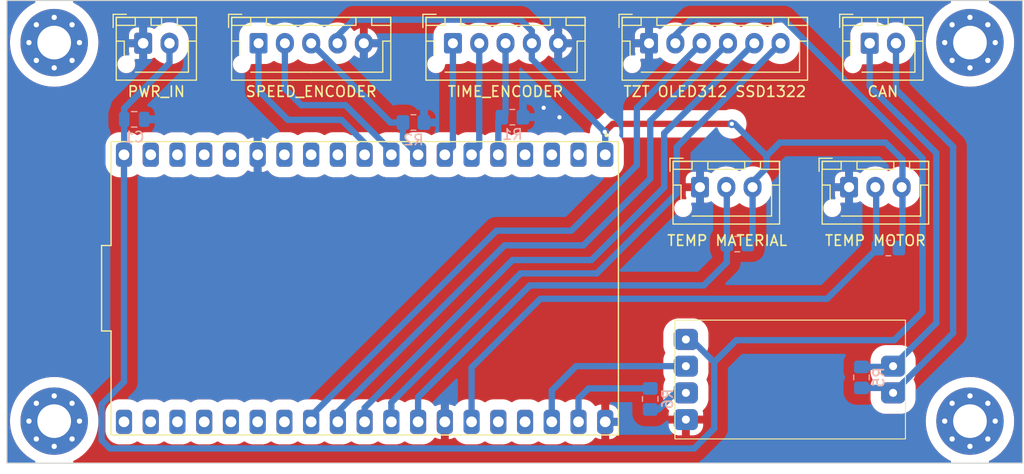
<source format=kicad_pcb>
(kicad_pcb (version 20221018) (generator pcbnew)
  (layers (0 "F.Cu" signal) (31 "B.Cu" signal) (34 "B.Paste" user) (35 "F.Paste" user) (36 "B.SilkS" user "B.Silkscreen") (37 "F.SilkS" user "F.Silkscreen") (38 "B.Mask" user) (39 "F.Mask" user) (44 "Edge.Cuts" user))
  (net 0 "")
  (net 2 "GND")
  (net 3 "+5V")
  (net 4 "/CAN_L")
  (net 5 "/CAN_H")
  (net 6 "/ESP_POT1_SW")
  (net 7 "/ESP_POT2_SW")
  (net 8 "/ESP_1W_T1")
  (net 9 "+3.3V")
  (net 10 "/ESP_1W_T2")
  (net 11 "Net-(U6-RX)")
  (net 12 "/ESP_CAN_RX")
  (net 13 "/ESP_POT1_CLK")
  (net 14 "/ESP_POT1_DT")
  (net 15 "/ESP_POT2_CLK")
  (net 16 "/ESP_POT2_DT")
  (net 17 "/ESP_CAN_TX")
  (net 34 "/ESP_SPI_MOSI")
  (net 35 "/ESP_SPI_DC1")
  (net 36 "/ESP_SPI_CS1")
  (net 37 "/ESP_SPI_SCK")
  (footprint "Connector_JST:JST_XH_B3B-XH-AM_1x03_P2.50mm_Vertical" (layer "F.Cu") (at 115.85 52.25)
    (fp_text reference "U5" hide)
    (fp_text value "TEMP MATERIAL" (at 2.587 5.08) (layer "F.SilkS"))
    (fp_line (start -2.85 -2.75) (end -2.85 -1.5) (stroke (width 0.12)) (layer "F.SilkS"))
    (fp_line (start -2.56 -2.46) (end -2.56 3.51) (stroke (width 0.12)) (layer "F.SilkS"))
    (fp_line (start -2.56 3.51) (end 7.56 3.51) (stroke (width 0.12)) (layer "F.SilkS"))
    (fp_line (start -2.55 -2.45) (end -2.55 -1.7) (stroke (width 0.12)) (layer "F.SilkS"))
    (fp_line (start -2.55 -1.7) (end -0.75 -1.7) (stroke (width 0.12)) (layer "F.SilkS"))
    (fp_line (start -2.55 -0.2) (end -1.8 -0.2) (stroke (width 0.12)) (layer "F.SilkS"))
    (fp_line (start -1.8 -0.2) (end -1.8 1.14) (stroke (width 0.12)) (layer "F.SilkS"))
    (fp_line (start -1.6 -2.75) (end -2.85 -2.75) (stroke (width 0.12)) (layer "F.SilkS"))
    (fp_line (start -0.75 -2.45) (end -2.55 -2.45) (stroke (width 0.12)) (layer "F.SilkS"))
    (fp_line (start -0.75 -1.7) (end -0.75 -2.45) (stroke (width 0.12)) (layer "F.SilkS"))
    (fp_line (start 0.75 -2.45) (end 0.75 -1.7) (stroke (width 0.12)) (layer "F.SilkS"))
    (fp_line (start 0.75 -1.7) (end 4.25 -1.7) (stroke (width 0.12)) (layer "F.SilkS"))
    (fp_line (start 2.5 2.75) (end -0.74 2.75) (stroke (width 0.12)) (layer "F.SilkS"))
    (fp_line (start 4.25 -2.45) (end 0.75 -2.45) (stroke (width 0.12)) (layer "F.SilkS"))
    (fp_line (start 4.25 -1.7) (end 4.25 -2.45) (stroke (width 0.12)) (layer "F.SilkS"))
    (fp_line (start 5.75 -2.45) (end 5.75 -1.7) (stroke (width 0.12)) (layer "F.SilkS"))
    (fp_line (start 5.75 -1.7) (end 7.55 -1.7) (stroke (width 0.12)) (layer "F.SilkS"))
    (fp_line (start 6.8 -0.2) (end 6.8 2.75) (stroke (width 0.12)) (layer "F.SilkS"))
    (fp_line (start 6.8 2.75) (end 2.5 2.75) (stroke (width 0.12)) (layer "F.SilkS"))
    (fp_line (start 7.55 -2.45) (end 5.75 -2.45) (stroke (width 0.12)) (layer "F.SilkS"))
    (fp_line (start 7.55 -1.7) (end 7.55 -2.45) (stroke (width 0.12)) (layer "F.SilkS"))
    (fp_line (start 7.55 -0.2) (end 6.8 -0.2) (stroke (width 0.12)) (layer "F.SilkS"))
    (fp_line (start 7.56 -2.46) (end -2.56 -2.46) (stroke (width 0.12)) (layer "F.SilkS"))
    (fp_line (start 7.56 3.51) (end 7.56 -2.46) (stroke (width 0.12)) (layer "F.SilkS"))
    (pad "" np_thru_hole circle (at -1.6 2) (size 1.2 1.2) (drill 1.2) (layers "*.Cu" "*.Mask"))
    (pad "1" thru_hole roundrect (at 0 0) (size 1.7 1.95) (drill 0.95) (layers "*.Cu" "*.Mask") (roundrect_rratio 0.147059) (net 2 "GND"))
    (pad "2" thru_hole oval (at 2.5 0) (size 1.7 1.95) (drill 0.95) (layers "*.Cu" "*.Mask") (net 10 "/ESP_1W_T2"))
    (pad "3" thru_hole oval (at 5 0) (size 1.7 1.95) (drill 0.95) (layers "*.Cu" "*.Mask") (net 9 "+3.3V"))
  )
  (footprint "Connector_JST:JST_XH_B3B-XH-AM_1x03_P2.50mm_Vertical" (layer "F.Cu") (at 130.014 52.25)
    (fp_text reference "U4" hide)
    (fp_text value "TEMP MOTOR" (at 2.5 5.08) (layer "F.SilkS"))
    (fp_line (start -2.85 -2.75) (end -2.85 -1.5) (stroke (width 0.12)) (layer "F.SilkS"))
    (fp_line (start -2.56 -2.46) (end -2.56 3.51) (stroke (width 0.12)) (layer "F.SilkS"))
    (fp_line (start -2.56 3.51) (end 7.56 3.51) (stroke (width 0.12)) (layer "F.SilkS"))
    (fp_line (start -2.55 -2.45) (end -2.55 -1.7) (stroke (width 0.12)) (layer "F.SilkS"))
    (fp_line (start -2.55 -1.7) (end -0.75 -1.7) (stroke (width 0.12)) (layer "F.SilkS"))
    (fp_line (start -2.55 -0.2) (end -1.8 -0.2) (stroke (width 0.12)) (layer "F.SilkS"))
    (fp_line (start -1.8 -0.2) (end -1.8 1.14) (stroke (width 0.12)) (layer "F.SilkS"))
    (fp_line (start -1.6 -2.75) (end -2.85 -2.75) (stroke (width 0.12)) (layer "F.SilkS"))
    (fp_line (start -0.75 -2.45) (end -2.55 -2.45) (stroke (width 0.12)) (layer "F.SilkS"))
    (fp_line (start -0.75 -1.7) (end -0.75 -2.45) (stroke (width 0.12)) (layer "F.SilkS"))
    (fp_line (start 0.75 -2.45) (end 0.75 -1.7) (stroke (width 0.12)) (layer "F.SilkS"))
    (fp_line (start 0.75 -1.7) (end 4.25 -1.7) (stroke (width 0.12)) (layer "F.SilkS"))
    (fp_line (start 2.5 2.75) (end -0.74 2.75) (stroke (width 0.12)) (layer "F.SilkS"))
    (fp_line (start 4.25 -2.45) (end 0.75 -2.45) (stroke (width 0.12)) (layer "F.SilkS"))
    (fp_line (start 4.25 -1.7) (end 4.25 -2.45) (stroke (width 0.12)) (layer "F.SilkS"))
    (fp_line (start 5.75 -2.45) (end 5.75 -1.7) (stroke (width 0.12)) (layer "F.SilkS"))
    (fp_line (start 5.75 -1.7) (end 7.55 -1.7) (stroke (width 0.12)) (layer "F.SilkS"))
    (fp_line (start 6.8 -0.2) (end 6.8 2.75) (stroke (width 0.12)) (layer "F.SilkS"))
    (fp_line (start 6.8 2.75) (end 2.5 2.75) (stroke (width 0.12)) (layer "F.SilkS"))
    (fp_line (start 7.55 -2.45) (end 5.75 -2.45) (stroke (width 0.12)) (layer "F.SilkS"))
    (fp_line (start 7.55 -1.7) (end 7.55 -2.45) (stroke (width 0.12)) (layer "F.SilkS"))
    (fp_line (start 7.55 -0.2) (end 6.8 -0.2) (stroke (width 0.12)) (layer "F.SilkS"))
    (fp_line (start 7.56 -2.46) (end -2.56 -2.46) (stroke (width 0.12)) (layer "F.SilkS"))
    (fp_line (start 7.56 3.51) (end 7.56 -2.46) (stroke (width 0.12)) (layer "F.SilkS"))
    (pad "" np_thru_hole circle (at -1.6 2) (size 1.2 1.2) (drill 1.2) (layers "*.Cu" "*.Mask"))
    (pad "1" thru_hole roundrect (at 0 0) (size 1.7 1.95) (drill 0.95) (layers "*.Cu" "*.Mask") (roundrect_rratio 0.147059) (net 2 "GND"))
    (pad "2" thru_hole oval (at 2.5 0) (size 1.7 1.95) (drill 0.95) (layers "*.Cu" "*.Mask") (net 8 "/ESP_1W_T1"))
    (pad "3" thru_hole oval (at 5 0) (size 1.7 1.95) (drill 0.95) (layers "*.Cu" "*.Mask") (net 9 "+3.3V"))
  )
  (footprint "MountingHole:MountingHole_3.2mm_M3_Pad_Via" (layer "F.Cu") (at 141.5 74.5)
    (fp_text reference "H2" hide)
    (fp_text value "MountingHole")
    (pad "1" thru_hole circle (at -2.4 0) (size 0.8 0.8) (drill 0.5) (layers "*.Cu" "*.Mask"))
    (pad "1" thru_hole circle (at -1.697056 -1.697056) (size 0.8 0.8) (drill 0.5) (layers "*.Cu" "*.Mask"))
    (pad "1" thru_hole circle (at -1.697056 1.697056) (size 0.8 0.8) (drill 0.5) (layers "*.Cu" "*.Mask"))
    (pad "1" thru_hole circle (at 0 -2.4) (size 0.8 0.8) (drill 0.5) (layers "*.Cu" "*.Mask"))
    (pad "1" thru_hole circle (at 0 0) (size 6.4 6.4) (drill 3.2) (layers "*.Cu" "*.Mask"))
    (pad "1" thru_hole circle (at 0 2.4) (size 0.8 0.8) (drill 0.5) (layers "*.Cu" "*.Mask"))
    (pad "1" thru_hole circle (at 1.697056 -1.697056) (size 0.8 0.8) (drill 0.5) (layers "*.Cu" "*.Mask"))
    (pad "1" thru_hole circle (at 1.697056 1.697056) (size 0.8 0.8) (drill 0.5) (layers "*.Cu" "*.Mask"))
    (pad "1" thru_hole circle (at 2.4 0) (size 0.8 0.8) (drill 0.5) (layers "*.Cu" "*.Mask"))
  )
  (footprint "MountingHole:MountingHole_3.2mm_M3_Pad_Via" (layer "F.Cu") (at 141.5 38.5)
    (fp_text reference "H1" hide)
    (fp_text value "MountingHole")
    (pad "1" thru_hole circle (at -2.4 0) (size 0.8 0.8) (drill 0.5) (layers "*.Cu" "*.Mask"))
    (pad "1" thru_hole circle (at -1.697056 -1.697056) (size 0.8 0.8) (drill 0.5) (layers "*.Cu" "*.Mask"))
    (pad "1" thru_hole circle (at -1.697056 1.697056) (size 0.8 0.8) (drill 0.5) (layers "*.Cu" "*.Mask"))
    (pad "1" thru_hole circle (at 0 -2.4) (size 0.8 0.8) (drill 0.5) (layers "*.Cu" "*.Mask"))
    (pad "1" thru_hole circle (at 0 0) (size 6.4 6.4) (drill 3.2) (layers "*.Cu" "*.Mask"))
    (pad "1" thru_hole circle (at 0 2.4) (size 0.8 0.8) (drill 0.5) (layers "*.Cu" "*.Mask"))
    (pad "1" thru_hole circle (at 1.697056 -1.697056) (size 0.8 0.8) (drill 0.5) (layers "*.Cu" "*.Mask"))
    (pad "1" thru_hole circle (at 1.697056 1.697056) (size 0.8 0.8) (drill 0.5) (layers "*.Cu" "*.Mask"))
    (pad "1" thru_hole circle (at 2.4 0) (size 0.8 0.8) (drill 0.5) (layers "*.Cu" "*.Mask"))
  )
  (footprint "--local:MODULE_ESP32-DEVKITC-32U" (layer "F.Cu") (at 84.001 61.8675 -90)
    (fp_text reference "U10" hide)
    (fp_text value "ESP32-DEVKITC-32U")
    (fp_line (start -13.95 -24.1) (end -13.95 24.1) (stroke (width 0.127)) (layer "F.SilkS"))
    (fp_line (start -13.95 24.1) (end -4.07 24.1) (stroke (width 0.127)) (layer "F.SilkS"))
    (fp_line (start -9 -24.1) (end -13.95 -24.1) (stroke (width 0.127)) (layer "F.SilkS"))
    (fp_line (start -9 -24.1) (end 9 -24.1) (stroke (width 0.127)) (layer "F.SilkS"))
    (fp_line (start -4.07 24.1) (end -4.07 25) (stroke (width 0.127)) (layer "F.SilkS"))
    (fp_line (start -4.07 25) (end 4.06 25) (stroke (width 0.127)) (layer "F.SilkS"))
    (fp_line (start 4.06 24.1) (end 13.95 24.1) (stroke (width 0.127)) (layer "F.SilkS"))
    (fp_line (start 4.06 25) (end 4.06 24.1) (stroke (width 0.127)) (layer "F.SilkS"))
    (fp_line (start 13.95 -24.1) (end 9 -24.1) (stroke (width 0.127)) (layer "F.SilkS"))
    (fp_line (start 13.95 24.1) (end 13.95 -24.1) (stroke (width 0.127)) (layer "F.SilkS"))
    (fp_circle (center -14.57 -22.97) (end -14.47 -22.97) (stroke (width 0.2)) (fill none) (layer "F.SilkS"))
    (pad "1" thru_hole roundrect (at -12.7 -22.85 270) (size 2.286 1.53) (drill 1.02) (layers "*.Cu" "*.Mask") (net 9 "+3.3V"))
    (pad "2" thru_hole roundrect (at -12.7 -20.31 270) (size 2.286 1.53) (drill 1.02) (layers "*.Cu" "*.Mask"))
    (pad "3" thru_hole roundrect (at -12.7 -17.77 270) (size 2.286 1.53) (drill 1.02) (layers "*.Cu" "*.Mask"))
    (pad "4" thru_hole roundrect (at -12.7 -15.23 270) (size 2.286 1.53) (drill 1.02) (layers "*.Cu" "*.Mask"))
    (pad "5" thru_hole roundrect (at -12.7 -12.69 270) (size 2.286 1.53) (drill 1.02) (layers "*.Cu" "*.Mask") (net 6 "/ESP_POT1_SW"))
    (pad "6" thru_hole roundrect (at -12.7 -10.15 270) (size 2.286 1.53) (drill 1.02) (layers "*.Cu" "*.Mask") (net 14 "/ESP_POT1_DT"))
    (pad "7" thru_hole roundrect (at -12.7 -7.61 270) (size 2.286 1.53) (drill 1.02) (layers "*.Cu" "*.Mask") (net 13 "/ESP_POT1_CLK"))
    (pad "8" thru_hole roundrect (at -12.7 -5.07 270) (size 2.286 1.53) (drill 1.02) (layers "*.Cu" "*.Mask") (net 7 "/ESP_POT2_SW"))
    (pad "9" thru_hole roundrect (at -12.7 -2.53 270) (size 2.286 1.53) (drill 1.02) (layers "*.Cu" "*.Mask") (net 16 "/ESP_POT2_DT"))
    (pad "10" thru_hole roundrect (at -12.7 0.01 270) (size 2.286 1.53) (drill 1.02) (layers "*.Cu" "*.Mask") (net 15 "/ESP_POT2_CLK"))
    (pad "11" thru_hole roundrect (at -12.7 2.55 270) (size 2.286 1.53) (drill 1.02) (layers "*.Cu" "*.Mask"))
    (pad "12" thru_hole roundrect (at -12.7 5.09 270) (size 2.286 1.53) (drill 1.02) (layers "*.Cu" "*.Mask"))
    (pad "13" thru_hole roundrect (at -12.7 7.63 270) (size 2.286 1.53) (drill 1.02) (layers "*.Cu" "*.Mask"))
    (pad "14" thru_hole roundrect (at -12.7 10.17 270) (size 2.286 1.53) (drill 1.02) (layers "*.Cu" "*.Mask") (net 2 "GND"))
    (pad "15" thru_hole roundrect (at -12.7 12.71 270) (size 2.286 1.53) (drill 1.02) (layers "*.Cu" "*.Mask"))
    (pad "16" thru_hole roundrect (at -12.7 15.25 270) (size 2.286 1.53) (drill 1.02) (layers "*.Cu" "*.Mask"))
    (pad "17" thru_hole roundrect (at -12.7 17.79 270) (size 2.286 1.53) (drill 1.02) (layers "*.Cu" "*.Mask"))
    (pad "18" thru_hole roundrect (at -12.7 20.33 270) (size 2.286 1.53) (drill 1.02) (layers "*.Cu" "*.Mask"))
    (pad "19" thru_hole roundrect (at -12.7 22.87 270) (size 2.286 1.53) (drill 1.02) (layers "*.Cu" "*.Mask") (net 3 "+5V"))
    (pad "20" thru_hole roundrect (at 12.7 22.87 270) (size 2.286 1.53) (drill 1.02) (layers "*.Cu" "*.Mask"))
    (pad "21" thru_hole roundrect (at 12.7 20.33 270) (size 2.286 1.53) (drill 1.02) (layers "*.Cu" "*.Mask"))
    (pad "22" thru_hole roundrect (at 12.7 17.79 270) (size 2.286 1.53) (drill 1.02) (layers "*.Cu" "*.Mask"))
    (pad "23" thru_hole roundrect (at 12.7 15.25 270) (size 2.286 1.53) (drill 1.02) (layers "*.Cu" "*.Mask"))
    (pad "24" thru_hole roundrect (at 12.7 12.71 270) (size 2.286 1.53) (drill 1.02) (layers "*.Cu" "*.Mask"))
    (pad "25" thru_hole roundrect (at 12.7 10.17 270) (size 2.286 1.53) (drill 1.02) (layers "*.Cu" "*.Mask"))
    (pad "26" thru_hole roundrect (at 12.7 7.63 270) (size 2.286 1.53) (drill 1.02) (layers "*.Cu" "*.Mask"))
    (pad "27" thru_hole roundrect (at 12.7 5.09 270) (size 2.286 1.53) (drill 1.02) (layers "*.Cu" "*.Mask") (net 37 "/ESP_SPI_SCK"))
    (pad "28" thru_hole roundrect (at 12.7 2.55 270) (size 2.286 1.53) (drill 1.02) (layers "*.Cu" "*.Mask") (net 34 "/ESP_SPI_MOSI"))
    (pad "29" thru_hole roundrect (at 12.7 0.01 270) (size 2.286 1.53) (drill 1.02) (layers "*.Cu" "*.Mask") (net 35 "/ESP_SPI_DC1"))
    (pad "30" thru_hole roundrect (at 12.7 -2.53 270) (size 2.286 1.53) (drill 1.02) (layers "*.Cu" "*.Mask") (net 36 "/ESP_SPI_CS1"))
    (pad "31" thru_hole roundrect (at 12.7 -5.07 270) (size 2.286 1.53) (drill 1.02) (layers "*.Cu" "*.Mask") (net 10 "/ESP_1W_T2"))
    (pad "32" thru_hole roundrect (at 12.7 -7.61 270) (size 2.286 1.53) (drill 1.02) (layers "*.Cu" "*.Mask") (net 2 "GND"))
    (pad "33" thru_hole roundrect (at 12.7 -10.15 270) (size 2.286 1.53) (drill 1.02) (layers "*.Cu" "*.Mask") (net 8 "/ESP_1W_T1"))
    (pad "34" thru_hole roundrect (at 12.7 -12.69 270) (size 2.286 1.53) (drill 1.02) (layers "*.Cu" "*.Mask"))
    (pad "35" thru_hole roundrect (at 12.7 -15.23 270) (size 2.286 1.53) (drill 1.02) (layers "*.Cu" "*.Mask"))
    (pad "36" thru_hole roundrect (at 12.7 -17.77 270) (size 2.286 1.53) (drill 1.02) (layers "*.Cu" "*.Mask") (net 17 "/ESP_CAN_TX"))
    (pad "37" thru_hole roundrect (at 12.7 -20.31 270) (size 2.286 1.53) (drill 1.02) (layers "*.Cu" "*.Mask") (net 12 "/ESP_CAN_RX"))
    (pad "38" thru_hole roundrect (at 12.7 -22.85 270) (size 2.286 1.53) (drill 1.02) (layers "*.Cu" "*.Mask") (net 2 "GND"))
  )
  (footprint "MountingHole:MountingHole_3.2mm_M3_Pad_Via" (layer "F.Cu") (at 54.5 74.5)
    (fp_text reference "H4" hide)
    (fp_text value "MountingHole")
    (pad "1" thru_hole circle (at -2.4 0) (size 0.8 0.8) (drill 0.5) (layers "*.Cu" "*.Mask"))
    (pad "1" thru_hole circle (at -1.697056 -1.697056) (size 0.8 0.8) (drill 0.5) (layers "*.Cu" "*.Mask"))
    (pad "1" thru_hole circle (at -1.697056 1.697056) (size 0.8 0.8) (drill 0.5) (layers "*.Cu" "*.Mask"))
    (pad "1" thru_hole circle (at 0 -2.4) (size 0.8 0.8) (drill 0.5) (layers "*.Cu" "*.Mask"))
    (pad "1" thru_hole circle (at 0 0) (size 6.4 6.4) (drill 3.2) (layers "*.Cu" "*.Mask"))
    (pad "1" thru_hole circle (at 0 2.4) (size 0.8 0.8) (drill 0.5) (layers "*.Cu" "*.Mask"))
    (pad "1" thru_hole circle (at 1.697056 -1.697056) (size 0.8 0.8) (drill 0.5) (layers "*.Cu" "*.Mask"))
    (pad "1" thru_hole circle (at 1.697056 1.697056) (size 0.8 0.8) (drill 0.5) (layers "*.Cu" "*.Mask"))
    (pad "1" thru_hole circle (at 2.4 0) (size 0.8 0.8) (drill 0.5) (layers "*.Cu" "*.Mask"))
  )
  (footprint "MountingHole:MountingHole_3.2mm_M3_Pad_Via" (layer "F.Cu") (at 54.5 38.5)
    (fp_text reference "H3" hide)
    (fp_text value "MountingHole")
    (pad "1" thru_hole circle (at -2.4 0) (size 0.8 0.8) (drill 0.5) (layers "*.Cu" "*.Mask"))
    (pad "1" thru_hole circle (at -1.697056 -1.697056) (size 0.8 0.8) (drill 0.5) (layers "*.Cu" "*.Mask"))
    (pad "1" thru_hole circle (at -1.697056 1.697056) (size 0.8 0.8) (drill 0.5) (layers "*.Cu" "*.Mask"))
    (pad "1" thru_hole circle (at 0 -2.4) (size 0.8 0.8) (drill 0.5) (layers "*.Cu" "*.Mask"))
    (pad "1" thru_hole circle (at 0 0) (size 6.4 6.4) (drill 3.2) (layers "*.Cu" "*.Mask"))
    (pad "1" thru_hole circle (at 0 2.4) (size 0.8 0.8) (drill 0.5) (layers "*.Cu" "*.Mask"))
    (pad "1" thru_hole circle (at 1.697056 -1.697056) (size 0.8 0.8) (drill 0.5) (layers "*.Cu" "*.Mask"))
    (pad "1" thru_hole circle (at 1.697056 1.697056) (size 0.8 0.8) (drill 0.5) (layers "*.Cu" "*.Mask"))
    (pad "1" thru_hole circle (at 2.4 0) (size 0.8 0.8) (drill 0.5) (layers "*.Cu" "*.Mask"))
  )
  (footprint "Connector_JST:JST_XH_B5B-XH-AM_1x05_P2.50mm_Vertical" (layer "F.Cu") (at 73.9152 38.562)
    (fp_text reference "U3" hide)
    (fp_text value "SPEED_ENCODER" (at 5 4.6) (layer "F.SilkS"))
    (fp_line (start -2.85 -2.75) (end -2.85 -1.5) (stroke (width 0.12)) (layer "F.SilkS"))
    (fp_line (start -2.56 -2.46) (end -2.56 3.51) (stroke (width 0.12)) (layer "F.SilkS"))
    (fp_line (start -2.56 3.51) (end 12.56 3.51) (stroke (width 0.12)) (layer "F.SilkS"))
    (fp_line (start -2.55 -2.45) (end -2.55 -1.7) (stroke (width 0.12)) (layer "F.SilkS"))
    (fp_line (start -2.55 -1.7) (end -0.75 -1.7) (stroke (width 0.12)) (layer "F.SilkS"))
    (fp_line (start -2.55 -0.2) (end -1.8 -0.2) (stroke (width 0.12)) (layer "F.SilkS"))
    (fp_line (start -1.8 -0.2) (end -1.8 1.14) (stroke (width 0.12)) (layer "F.SilkS"))
    (fp_line (start -1.6 -2.75) (end -2.85 -2.75) (stroke (width 0.12)) (layer "F.SilkS"))
    (fp_line (start -0.75 -2.45) (end -2.55 -2.45) (stroke (width 0.12)) (layer "F.SilkS"))
    (fp_line (start -0.75 -1.7) (end -0.75 -2.45) (stroke (width 0.12)) (layer "F.SilkS"))
    (fp_line (start 0.75 -2.45) (end 0.75 -1.7) (stroke (width 0.12)) (layer "F.SilkS"))
    (fp_line (start 0.75 -1.7) (end 9.25 -1.7) (stroke (width 0.12)) (layer "F.SilkS"))
    (fp_line (start 5 2.75) (end -0.74 2.75) (stroke (width 0.12)) (layer "F.SilkS"))
    (fp_line (start 9.25 -2.45) (end 0.75 -2.45) (stroke (width 0.12)) (layer "F.SilkS"))
    (fp_line (start 9.25 -1.7) (end 9.25 -2.45) (stroke (width 0.12)) (layer "F.SilkS"))
    (fp_line (start 10.75 -2.45) (end 10.75 -1.7) (stroke (width 0.12)) (layer "F.SilkS"))
    (fp_line (start 10.75 -1.7) (end 12.55 -1.7) (stroke (width 0.12)) (layer "F.SilkS"))
    (fp_line (start 11.8 -0.2) (end 11.8 2.75) (stroke (width 0.12)) (layer "F.SilkS"))
    (fp_line (start 11.8 2.75) (end 5 2.75) (stroke (width 0.12)) (layer "F.SilkS"))
    (fp_line (start 12.55 -2.45) (end 10.75 -2.45) (stroke (width 0.12)) (layer "F.SilkS"))
    (fp_line (start 12.55 -1.7) (end 12.55 -2.45) (stroke (width 0.12)) (layer "F.SilkS"))
    (fp_line (start 12.55 -0.2) (end 11.8 -0.2) (stroke (width 0.12)) (layer "F.SilkS"))
    (fp_line (start 12.56 -2.46) (end -2.56 -2.46) (stroke (width 0.12)) (layer "F.SilkS"))
    (fp_line (start 12.56 3.51) (end 12.56 -2.46) (stroke (width 0.12)) (layer "F.SilkS"))
    (pad "" np_thru_hole circle (at -1.6 2) (size 1.2 1.2) (drill 1.2) (layers "*.Cu" "*.Mask"))
    (pad "1" thru_hole roundrect (at 0 0) (size 1.7 1.95) (drill 0.95) (layers "*.Cu" "*.Mask") (roundrect_rratio 0.147059) (net 15 "/ESP_POT2_CLK"))
    (pad "2" thru_hole oval (at 2.5 0) (size 1.7 1.95) (drill 0.95) (layers "*.Cu" "*.Mask") (net 16 "/ESP_POT2_DT"))
    (pad "3" thru_hole oval (at 5 0) (size 1.7 1.95) (drill 0.95) (layers "*.Cu" "*.Mask") (net 7 "/ESP_POT2_SW"))
    (pad "4" thru_hole oval (at 7.5 0) (size 1.7 1.95) (drill 0.95) (layers "*.Cu" "*.Mask") (net 9 "+3.3V"))
    (pad "5" thru_hole oval (at 10 0) (size 1.7 1.95) (drill 0.95) (layers "*.Cu" "*.Mask") (net 2 "GND"))
  )
  (footprint "--local:display_connector_jst_xh_6" (layer "F.Cu") (at 111.0098 38.562)
    (fp_text reference "U8" hide)
    (fp_text value "TZT OLED312 SSD1322" (at 6.25 4.6) (layer "F.SilkS"))
    (fp_line (start -2.85 -2.75) (end -2.85 -1.5) (stroke (width 0.12)) (layer "F.SilkS"))
    (fp_line (start -2.56 -2.46) (end -2.56 3.51) (stroke (width 0.12)) (layer "F.SilkS"))
    (fp_line (start -2.56 3.51) (end 15.06 3.51) (stroke (width 0.12)) (layer "F.SilkS"))
    (fp_line (start -2.55 -2.45) (end -2.55 -1.7) (stroke (width 0.12)) (layer "F.SilkS"))
    (fp_line (start -2.55 -1.7) (end -0.75 -1.7) (stroke (width 0.12)) (layer "F.SilkS"))
    (fp_line (start -2.55 -0.2) (end -1.8 -0.2) (stroke (width 0.12)) (layer "F.SilkS"))
    (fp_line (start -1.8 -0.2) (end -1.8 1.14) (stroke (width 0.12)) (layer "F.SilkS"))
    (fp_line (start -1.6 -2.75) (end -2.85 -2.75) (stroke (width 0.12)) (layer "F.SilkS"))
    (fp_line (start -0.75 -2.45) (end -2.55 -2.45) (stroke (width 0.12)) (layer "F.SilkS"))
    (fp_line (start -0.75 -1.7) (end -0.75 -2.45) (stroke (width 0.12)) (layer "F.SilkS"))
    (fp_line (start 0.75 -2.45) (end 0.75 -1.7) (stroke (width 0.12)) (layer "F.SilkS"))
    (fp_line (start 0.75 -1.7) (end 11.75 -1.7) (stroke (width 0.12)) (layer "F.SilkS"))
    (fp_line (start 6.25 2.75) (end -0.74 2.75) (stroke (width 0.12)) (layer "F.SilkS"))
    (fp_line (start 11.75 -2.45) (end 0.75 -2.45) (stroke (width 0.12)) (layer "F.SilkS"))
    (fp_line (start 11.75 -1.7) (end 11.75 -2.45) (stroke (width 0.12)) (layer "F.SilkS"))
    (fp_line (start 13.25 -2.45) (end 13.25 -1.7) (stroke (width 0.12)) (layer "F.SilkS"))
    (fp_line (start 13.25 -1.7) (end 15.05 -1.7) (stroke (width 0.12)) (layer "F.SilkS"))
    (fp_line (start 14.3 -0.2) (end 14.3 2.75) (stroke (width 0.12)) (layer "F.SilkS"))
    (fp_line (start 14.3 2.75) (end 6.25 2.75) (stroke (width 0.12)) (layer "F.SilkS"))
    (fp_line (start 15.05 -2.45) (end 13.25 -2.45) (stroke (width 0.12)) (layer "F.SilkS"))
    (fp_line (start 15.05 -1.7) (end 15.05 -2.45) (stroke (width 0.12)) (layer "F.SilkS"))
    (fp_line (start 15.05 -0.2) (end 14.3 -0.2) (stroke (width 0.12)) (layer "F.SilkS"))
    (fp_line (start 15.06 -2.46) (end -2.56 -2.46) (stroke (width 0.12)) (layer "F.SilkS"))
    (fp_line (start 15.06 3.51) (end 15.06 -2.46) (stroke (width 0.12)) (layer "F.SilkS"))
    (pad "" np_thru_hole circle (at -1.6 2) (size 1.2 1.2) (drill 1.2) (layers "*.Cu" "*.Mask"))
    (pad "1" thru_hole roundrect (at 0 0) (size 1.7 1.95) (drill 0.95) (layers "*.Cu" "*.Mask") (roundrect_rratio 0.147059) (net 2 "GND"))
    (pad "2" thru_hole oval (at 2.5 0) (size 1.7 1.95) (drill 0.95) (layers "*.Cu" "*.Mask") (net 3 "+5V"))
    (pad "4" thru_hole oval (at 5 0) (size 1.7 1.95) (drill 0.95) (layers "*.Cu" "*.Mask") (net 37 "/ESP_SPI_SCK"))
    (pad "5" thru_hole oval (at 7.5 0) (size 1.7 1.95) (drill 0.95) (layers "*.Cu" "*.Mask") (net 34 "/ESP_SPI_MOSI"))
    (pad "14" thru_hole oval (at 10 0) (size 1.7 1.95) (drill 0.95) (layers "*.Cu" "*.Mask") (net 35 "/ESP_SPI_DC1"))
    (pad "16" thru_hole oval (at 12.5 0) (size 1.7 1.95) (drill 0.95) (layers "*.Cu" "*.Mask") (net 36 "/ESP_SPI_CS1"))
  )
  (footprint "Connector_JST:JST_XH_B2B-XH-AM_1x02_P2.50mm_Vertical" (layer "F.Cu") (at 62.952 38.562)
    (fp_text reference "J1" hide)
    (fp_text value "PWR_IN" (at 1.25 4.6) (layer "F.SilkS"))
    (fp_line (start -2.85 -2.75) (end -2.85 -1.5) (stroke (width 0.12)) (layer "F.SilkS"))
    (fp_line (start -2.56 -2.46) (end -2.56 3.51) (stroke (width 0.12)) (layer "F.SilkS"))
    (fp_line (start -2.56 3.51) (end 5.06 3.51) (stroke (width 0.12)) (layer "F.SilkS"))
    (fp_line (start -2.55 -2.45) (end -2.55 -1.7) (stroke (width 0.12)) (layer "F.SilkS"))
    (fp_line (start -2.55 -1.7) (end -0.75 -1.7) (stroke (width 0.12)) (layer "F.SilkS"))
    (fp_line (start -2.55 -0.2) (end -1.8 -0.2) (stroke (width 0.12)) (layer "F.SilkS"))
    (fp_line (start -1.8 -0.2) (end -1.8 1.14) (stroke (width 0.12)) (layer "F.SilkS"))
    (fp_line (start -1.6 -2.75) (end -2.85 -2.75) (stroke (width 0.12)) (layer "F.SilkS"))
    (fp_line (start -0.75 -2.45) (end -2.55 -2.45) (stroke (width 0.12)) (layer "F.SilkS"))
    (fp_line (start -0.75 -1.7) (end -0.75 -2.45) (stroke (width 0.12)) (layer "F.SilkS"))
    (fp_line (start 0.75 -2.45) (end 0.75 -1.7) (stroke (width 0.12)) (layer "F.SilkS"))
    (fp_line (start 0.75 -1.7) (end 1.75 -1.7) (stroke (width 0.12)) (layer "F.SilkS"))
    (fp_line (start 1.25 2.75) (end -0.74 2.75) (stroke (width 0.12)) (layer "F.SilkS"))
    (fp_line (start 1.75 -2.45) (end 0.75 -2.45) (stroke (width 0.12)) (layer "F.SilkS"))
    (fp_line (start 1.75 -1.7) (end 1.75 -2.45) (stroke (width 0.12)) (layer "F.SilkS"))
    (fp_line (start 3.25 -2.45) (end 3.25 -1.7) (stroke (width 0.12)) (layer "F.SilkS"))
    (fp_line (start 3.25 -1.7) (end 5.05 -1.7) (stroke (width 0.12)) (layer "F.SilkS"))
    (fp_line (start 4.3 -0.2) (end 4.3 2.75) (stroke (width 0.12)) (layer "F.SilkS"))
    (fp_line (start 4.3 2.75) (end 1.25 2.75) (stroke (width 0.12)) (layer "F.SilkS"))
    (fp_line (start 5.05 -2.45) (end 3.25 -2.45) (stroke (width 0.12)) (layer "F.SilkS"))
    (fp_line (start 5.05 -1.7) (end 5.05 -2.45) (stroke (width 0.12)) (layer "F.SilkS"))
    (fp_line (start 5.05 -0.2) (end 4.3 -0.2) (stroke (width 0.12)) (layer "F.SilkS"))
    (fp_line (start 5.06 -2.46) (end -2.56 -2.46) (stroke (width 0.12)) (layer "F.SilkS"))
    (fp_line (start 5.06 3.51) (end 5.06 -2.46) (stroke (width 0.12)) (layer "F.SilkS"))
    (pad "" np_thru_hole circle (at -1.6 2) (size 1.2 1.2) (drill 1.2) (layers "*.Cu" "*.Mask"))
    (pad "1" thru_hole roundrect (at 0 0) (size 1.7 2) (drill 1) (layers "*.Cu" "*.Mask") (roundrect_rratio 0.147059) (net 2 "GND"))
    (pad "2" thru_hole oval (at 2.5 0) (size 1.7 2) (drill 1) (layers "*.Cu" "*.Mask") (net 3 "+5V"))
  )
  (footprint "--local:TJA1050" (layer "F.Cu") (at 111.971 76.893 90)
    (fp_text reference "U6" hide)
    (fp_text value "TJA1050")
    (fp_rect (start 0.7 1.5) (end 12 23.4) (stroke (width 0.1)) (fill none) (layer "F.SilkS"))
    (pad "1" thru_hole roundrect (at 10.16 2.54 90) (size 2 2.286) (drill 0.762) (layers "*.Cu" "*.Mask") (net 3 "+5V"))
    (pad "2" thru_hole roundrect (at 7.62 2.54 90) (size 2 2.286) (drill 0.762) (layers "*.Cu" "*.Mask") (net 17 "/ESP_CAN_TX"))
    (pad "3" thru_hole roundrect (at 5.08 2.54 90) (size 2 2.286) (drill 0.762) (layers "*.Cu" "*.Mask") (net 11 "Net-(U6-RX)"))
    (pad "4" thru_hole roundrect (at 2.54 2.54 90) (size 2 2.286) (drill 0.762) (layers "*.Cu" "*.Mask") (net 2 "GND"))
    (pad "5" thru_hole roundrect (at 5.08 22.225 90) (size 2 2.286) (drill 0.762) (layers "*.Cu" "*.Mask") (net 4 "/CAN_L"))
    (pad "6" thru_hole roundrect (at 7.62 22.225 90) (size 2 2.286) (drill 0.762) (layers "*.Cu" "*.Mask") (net 5 "/CAN_H"))
  )
  (footprint "Connector_JST:JST_XH_B2B-XH-AM_1x02_P2.50mm_Vertical" (layer "F.Cu") (at 131.973 38.562)
    (fp_text reference "J2" hide)
    (fp_text value "CAN" (at 1.25 4.6) (layer "F.SilkS"))
    (fp_line (start -2.85 -2.75) (end -2.85 -1.5) (stroke (width 0.12)) (layer "F.SilkS"))
    (fp_line (start -2.56 -2.46) (end -2.56 3.51) (stroke (width 0.12)) (layer "F.SilkS"))
    (fp_line (start -2.56 3.51) (end 5.06 3.51) (stroke (width 0.12)) (layer "F.SilkS"))
    (fp_line (start -2.55 -2.45) (end -2.55 -1.7) (stroke (width 0.12)) (layer "F.SilkS"))
    (fp_line (start -2.55 -1.7) (end -0.75 -1.7) (stroke (width 0.12)) (layer "F.SilkS"))
    (fp_line (start -2.55 -0.2) (end -1.8 -0.2) (stroke (width 0.12)) (layer "F.SilkS"))
    (fp_line (start -1.8 -0.2) (end -1.8 1.14) (stroke (width 0.12)) (layer "F.SilkS"))
    (fp_line (start -1.6 -2.75) (end -2.85 -2.75) (stroke (width 0.12)) (layer "F.SilkS"))
    (fp_line (start -0.75 -2.45) (end -2.55 -2.45) (stroke (width 0.12)) (layer "F.SilkS"))
    (fp_line (start -0.75 -1.7) (end -0.75 -2.45) (stroke (width 0.12)) (layer "F.SilkS"))
    (fp_line (start 0.75 -2.45) (end 0.75 -1.7) (stroke (width 0.12)) (layer "F.SilkS"))
    (fp_line (start 0.75 -1.7) (end 1.75 -1.7) (stroke (width 0.12)) (layer "F.SilkS"))
    (fp_line (start 1.25 2.75) (end -0.74 2.75) (stroke (width 0.12)) (layer "F.SilkS"))
    (fp_line (start 1.75 -2.45) (end 0.75 -2.45) (stroke (width 0.12)) (layer "F.SilkS"))
    (fp_line (start 1.75 -1.7) (end 1.75 -2.45) (stroke (width 0.12)) (layer "F.SilkS"))
    (fp_line (start 3.25 -2.45) (end 3.25 -1.7) (stroke (width 0.12)) (layer "F.SilkS"))
    (fp_line (start 3.25 -1.7) (end 5.05 -1.7) (stroke (width 0.12)) (layer "F.SilkS"))
    (fp_line (start 4.3 -0.2) (end 4.3 2.75) (stroke (width 0.12)) (layer "F.SilkS"))
    (fp_line (start 4.3 2.75) (end 1.25 2.75) (stroke (width 0.12)) (layer "F.SilkS"))
    (fp_line (start 5.05 -2.45) (end 3.25 -2.45) (stroke (width 0.12)) (layer "F.SilkS"))
    (fp_line (start 5.05 -1.7) (end 5.05 -2.45) (stroke (width 0.12)) (layer "F.SilkS"))
    (fp_line (start 5.05 -0.2) (end 4.3 -0.2) (stroke (width 0.12)) (layer "F.SilkS"))
    (fp_line (start 5.06 -2.46) (end -2.56 -2.46) (stroke (width 0.12)) (layer "F.SilkS"))
    (fp_line (start 5.06 3.51) (end 5.06 -2.46) (stroke (width 0.12)) (layer "F.SilkS"))
    (pad "" np_thru_hole circle (at -1.6 2) (size 1.2 1.2) (drill 1.2) (layers "*.Cu" "*.Mask"))
    (pad "1" thru_hole roundrect (at 0 0) (size 1.7 2) (drill 1) (layers "*.Cu" "*.Mask") (roundrect_rratio 0.147059) (net 5 "/CAN_H"))
    (pad "2" thru_hole oval (at 2.5 0) (size 1.7 2) (drill 1) (layers "*.Cu" "*.Mask") (net 4 "/CAN_L"))
  )
  (footprint "Connector_JST:JST_XH_B5B-XH-AM_1x05_P2.50mm_Vertical" (layer "F.Cu") (at 92.3784 38.562)
    (fp_text reference "U2" hide)
    (fp_text value "TIME_ENCODER" (at 5 4.6) (layer "F.SilkS"))
    (fp_line (start -2.85 -2.75) (end -2.85 -1.5) (stroke (width 0.12)) (layer "F.SilkS"))
    (fp_line (start -2.56 -2.46) (end -2.56 3.51) (stroke (width 0.12)) (layer "F.SilkS"))
    (fp_line (start -2.56 3.51) (end 12.56 3.51) (stroke (width 0.12)) (layer "F.SilkS"))
    (fp_line (start -2.55 -2.45) (end -2.55 -1.7) (stroke (width 0.12)) (layer "F.SilkS"))
    (fp_line (start -2.55 -1.7) (end -0.75 -1.7) (stroke (width 0.12)) (layer "F.SilkS"))
    (fp_line (start -2.55 -0.2) (end -1.8 -0.2) (stroke (width 0.12)) (layer "F.SilkS"))
    (fp_line (start -1.8 -0.2) (end -1.8 1.14) (stroke (width 0.12)) (layer "F.SilkS"))
    (fp_line (start -1.6 -2.75) (end -2.85 -2.75) (stroke (width 0.12)) (layer "F.SilkS"))
    (fp_line (start -0.75 -2.45) (end -2.55 -2.45) (stroke (width 0.12)) (layer "F.SilkS"))
    (fp_line (start -0.75 -1.7) (end -0.75 -2.45) (stroke (width 0.12)) (layer "F.SilkS"))
    (fp_line (start 0.75 -2.45) (end 0.75 -1.7) (stroke (width 0.12)) (layer "F.SilkS"))
    (fp_line (start 0.75 -1.7) (end 9.25 -1.7) (stroke (width 0.12)) (layer "F.SilkS"))
    (fp_line (start 5 2.75) (end -0.74 2.75) (stroke (width 0.12)) (layer "F.SilkS"))
    (fp_line (start 9.25 -2.45) (end 0.75 -2.45) (stroke (width 0.12)) (layer "F.SilkS"))
    (fp_line (start 9.25 -1.7) (end 9.25 -2.45) (stroke (width 0.12)) (layer "F.SilkS"))
    (fp_line (start 10.75 -2.45) (end 10.75 -1.7) (stroke (width 0.12)) (layer "F.SilkS"))
    (fp_line (start 10.75 -1.7) (end 12.55 -1.7) (stroke (width 0.12)) (layer "F.SilkS"))
    (fp_line (start 11.8 -0.2) (end 11.8 2.75) (stroke (width 0.12)) (layer "F.SilkS"))
    (fp_line (start 11.8 2.75) (end 5 2.75) (stroke (width 0.12)) (layer "F.SilkS"))
    (fp_line (start 12.55 -2.45) (end 10.75 -2.45) (stroke (width 0.12)) (layer "F.SilkS"))
    (fp_line (start 12.55 -1.7) (end 12.55 -2.45) (stroke (width 0.12)) (layer "F.SilkS"))
    (fp_line (start 12.55 -0.2) (end 11.8 -0.2) (stroke (width 0.12)) (layer "F.SilkS"))
    (fp_line (start 12.56 -2.46) (end -2.56 -2.46) (stroke (width 0.12)) (layer "F.SilkS"))
    (fp_line (start 12.56 3.51) (end 12.56 -2.46) (stroke (width 0.12)) (layer "F.SilkS"))
    (pad "" np_thru_hole circle (at -1.6 2) (size 1.2 1.2) (drill 1.2) (layers "*.Cu" "*.Mask"))
    (pad "1" thru_hole roundrect (at 0 0) (size 1.7 1.95) (drill 0.95) (layers "*.Cu" "*.Mask") (roundrect_rratio 0.147059) (net 13 "/ESP_POT1_CLK"))
    (pad "2" thru_hole oval (at 2.5 0) (size 1.7 1.95) (drill 0.95) (layers "*.Cu" "*.Mask") (net 14 "/ESP_POT1_DT"))
    (pad "3" thru_hole oval (at 5 0) (size 1.7 1.95) (drill 0.95) (layers "*.Cu" "*.Mask") (net 6 "/ESP_POT1_SW"))
    (pad "4" thru_hole oval (at 7.5 0) (size 1.7 1.95) (drill 0.95) (layers "*.Cu" "*.Mask") (net 9 "+3.3V"))
    (pad "5" thru_hole oval (at 10 0) (size 1.7 1.95) (drill 0.95) (layers "*.Cu" "*.Mask") (net 2 "GND"))
  )
  (footprint "Resistor_SMD:R_0805_2012Metric_Pad1.20x1.40mm_HandSolder" (layer "B.Cu") (at 133.747 58.039)
    (fp_text reference "R3" hide)
    (fp_text value "4k7")
    (fp_line (start -0.227064 -0.735) (end 0.227064 -0.735) (stroke (width 0.12)) (layer "B.SilkS"))
    (fp_line (start -0.227064 0.735) (end 0.227064 0.735) (stroke (width 0.12)) (layer "B.SilkS"))
    (pad "1" smd roundrect (at -1 0) (size 1.2 1.4) (layers "B.Cu" "B.Paste" "B.Mask") (roundrect_rratio 0.208333) (net 8 "/ESP_1W_T1"))
    (pad "2" smd roundrect (at 1 0) (size 1.2 1.4) (layers "B.Cu" "B.Paste" "B.Mask") (roundrect_rratio 0.208333) (net 9 "+3.3V"))
  )
  (footprint "Resistor_SMD:R_0805_2012Metric_Pad1.20x1.40mm_HandSolder" (layer "B.Cu") (at 88.63 46.101)
    (fp_text reference "R2" (at 0 1.65) (layer "B.SilkS") (effects (justify mirror)))
    (fp_text value "10k")
    (fp_line (start -0.227064 -0.735) (end 0.227064 -0.735) (stroke (width 0.12)) (layer "B.SilkS"))
    (fp_line (start -0.227064 0.735) (end 0.227064 0.735) (stroke (width 0.12)) (layer "B.SilkS"))
    (pad "1" smd roundrect (at -1 0) (size 1.2 1.4) (layers "B.Cu" "B.Paste" "B.Mask") (roundrect_rratio 0.208333) (net 7 "/ESP_POT2_SW"))
    (pad "2" smd roundrect (at 1 0) (size 1.2 1.4) (layers "B.Cu" "B.Paste" "B.Mask") (roundrect_rratio 0.208333) (net 2 "GND"))
  )
  (footprint "Resistor_SMD:R_0805_2012Metric_Pad1.20x1.40mm_HandSolder" (layer "B.Cu") (at 98.028 45.593)
    (fp_text reference "R1" (at 0 1.65) (layer "B.SilkS") (effects (justify mirror)))
    (fp_text value "10k")
    (fp_line (start -0.227064 -0.735) (end 0.227064 -0.735) (stroke (width 0.12)) (layer "B.SilkS"))
    (fp_line (start -0.227064 0.735) (end 0.227064 0.735) (stroke (width 0.12)) (layer "B.SilkS"))
    (pad "1" smd roundrect (at -1 0) (size 1.2 1.4) (layers "B.Cu" "B.Paste" "B.Mask") (roundrect_rratio 0.208333) (net 6 "/ESP_POT1_SW"))
    (pad "2" smd roundrect (at 1 0) (size 1.2 1.4) (layers "B.Cu" "B.Paste" "B.Mask") (roundrect_rratio 0.208333) (net 2 "GND"))
  )
  (footprint "Resistor_SMD:R_0805_2012Metric_Pad1.20x1.40mm_HandSolder" (layer "B.Cu") (at 111.125 72.39 90)
    (fp_text reference "R6" (at 0 1.65 90) (layer "B.SilkS") (effects (justify mirror)))
    (fp_text value "4k7")
    (fp_line (start -0.227064 -0.735) (end 0.227064 -0.735) (stroke (width 0.12)) (layer "B.SilkS"))
    (fp_line (start -0.227064 0.735) (end 0.227064 0.735) (stroke (width 0.12)) (layer "B.SilkS"))
    (pad "1" smd roundrect (at -1 0 90) (size 1.2 1.4) (layers "B.Cu" "B.Paste" "B.Mask") (roundrect_rratio 0.208333) (net 11 "Net-(U6-RX)"))
    (pad "2" smd roundrect (at 1 0 90) (size 1.2 1.4) (layers "B.Cu" "B.Paste" "B.Mask") (roundrect_rratio 0.208333) (net 12 "/ESP_CAN_RX"))
  )
  (footprint "Resistor_SMD:R_0805_2012Metric_Pad1.20x1.40mm_HandSolder" (layer "B.Cu") (at 119.4 57.658)
    (fp_text reference "R4" hide)
    (fp_text value "4k7" hide)
    (fp_line (start -0.227064 -0.735) (end 0.227064 -0.735) (stroke (width 0.12)) (layer "B.SilkS"))
    (fp_line (start -0.227064 0.735) (end 0.227064 0.735) (stroke (width 0.12)) (layer "B.SilkS"))
    (pad "1" smd roundrect (at -1 0) (size 1.2 1.4) (layers "B.Cu" "B.Paste" "B.Mask") (roundrect_rratio 0.208333) (net 10 "/ESP_1W_T2"))
    (pad "2" smd roundrect (at 1 0) (size 1.2 1.4) (layers "B.Cu" "B.Paste" "B.Mask") (roundrect_rratio 0.208333) (net 9 "+3.3V"))
  )
  (footprint "Resistor_SMD:R_0805_2012Metric_Pad1.20x1.40mm_HandSolder" (layer "B.Cu") (at 131.191 70.342 90)
    (fp_text reference "R5" (at 0 1.65 90) (layer "B.SilkS") (effects (justify mirror)))
    (fp_text value "R120")
    (fp_line (start -0.227064 -0.735) (end 0.227064 -0.735) (stroke (width 0.12)) (layer "B.SilkS"))
    (fp_line (start -0.227064 0.735) (end 0.227064 0.735) (stroke (width 0.12)) (layer "B.SilkS"))
    (pad "1" smd roundrect (at -1 0 90) (size 1.2 1.4) (layers "B.Cu" "B.Paste" "B.Mask") (roundrect_rratio 0.208333) (net 4 "/CAN_L"))
    (pad "2" smd roundrect (at 1 0 90) (size 1.2 1.4) (layers "B.Cu" "B.Paste" "B.Mask") (roundrect_rratio 0.208333) (net 5 "/CAN_H"))
  )
  (footprint "Capacitor_SMD:C_0805_2012Metric" (layer "B.Cu") (at 62.1 45.8)
    (fp_text reference "C1" (at 0 1.68) (layer "B.SilkS") (effects (justify mirror)))
    (fp_text value "10u")
    (fp_line (start -0.261252 -0.735) (end 0.261252 -0.735) (stroke (width 0.12)) (layer "B.SilkS"))
    (fp_line (start -0.261252 0.735) (end 0.261252 0.735) (stroke (width 0.12)) (layer "B.SilkS"))
    (pad "1" smd roundrect (at -0.95 0) (size 1 1.45) (layers "B.Cu" "B.Paste" "B.Mask") (net 3 "+5V"))
    (pad "2" smd roundrect (at 0.95 0) (size 1 1.45) (layers "B.Cu" "B.Paste" "B.Mask") (net 2 "GND"))
  )
  (gr_rect (start 50 34.5) (end 146.5 78.5) (stroke (width 0.1)) (fill none) (layer "Edge.Cuts"))
  (via (at 101 44.7) (size 0.8) (drill 0.4) (layers "F.Cu" "B.Cu") (net 2))
  (via (at 102.5 45.6) (size 0.8) (drill 0.4) (layers "F.Cu" "B.Cu") (net 2))
  (segment (start 61.15 45.8) (end 61.15 49.1485) (width 0.6) (layer "B.Cu") (net 3))
  (segment (start 61.131 70.769) (end 59 72.9) (width 0.6) (layer "B.Cu") (net 3))
  (segment (start 117.2 68.9) (end 119.3 66.8) (width 0.6) (layer "B.Cu") (net 3))
  (segment (start 115.033 66.733) (end 114.511 66.733) (width 0.6) (layer "B.Cu") (net 3))
  (segment (start 61.15 45.8) (end 61.15 44.75) (width 0.6) (layer "B.Cu") (net 3))
  (segment (start 61.15 44.75) (end 65.452 40.448) (width 0.6) (layer "B.Cu") (net 3))
  (segment (start 123.8 36.3) (end 137 49.5) (width 0.6) (layer "B.Cu") (net 3))
  (segment (start 113.5098 38.562) (end 113.5098 38.8902) (width 0.6) (layer "B.Cu") (net 3))
  (segment (start 61.15 49.1485) (end 61.131 49.1675) (width 0.6) (layer "B.Cu") (net 3))
  (segment (start 114.578 66.8) (end 114.511 66.733) (width 0.6) (layer "B.Cu") (net 3))
  (segment (start 61.131 49.1675) (end 61.131 70.769) (width 0.6) (layer "B.Cu") (net 3))
  (segment (start 59 72.9) (end 59 76.3) (width 0.6) (layer "B.Cu") (net 3))
  (segment (start 113.5098 37.7902) (end 115 36.3) (width 0.6) (layer "B.Cu") (net 3))
  (segment (start 117.2 68.9) (end 115.033 66.733) (width 0.6) (layer "B.Cu") (net 3))
  (segment (start 137 64.1) (end 134.3 66.8) (width 0.6) (layer "B.Cu") (net 3))
  (segment (start 65.452 40.448) (end 65.452 38.562) (width 0.6) (layer "B.Cu") (net 3))
  (segment (start 59 76.3) (end 59.8 77.1) (width 0.6) (layer "B.Cu") (net 3))
  (segment (start 117.2 75.2) (end 117.2 68.9) (width 0.6) (layer "B.Cu") (net 3))
  (segment (start 59.8 77.1) (end 115.3 77.1) (width 0.6) (layer "B.Cu") (net 3))
  (segment (start 115.3 77.1) (end 117.2 75.2) (width 0.6) (layer "B.Cu") (net 3))
  (segment (start 137 49.5) (end 137 64.1) (width 0.6) (layer "B.Cu") (net 3))
  (segment (start 115 36.3) (end 123.8 36.3) (width 0.6) (layer "B.Cu") (net 3))
  (segment (start 113.5098 38.562) (end 113.5098 37.7902) (width 0.6) (layer "B.Cu") (net 3))
  (segment (start 119.3 66.8) (end 134.3 66.8) (width 0.6) (layer "B.Cu") (net 3))
  (segment (start 133.725 71.342) (end 134.196 71.813) (width 0.6) (layer "B.Cu") (net 4))
  (segment (start 139.9 66.126214) (end 139.9 48.4) (width 0.6) (layer "B.Cu") (net 4))
  (segment (start 134.196 71.813) (end 135.236 70.773) (width 0.6) (layer "B.Cu") (net 4))
  (segment (start 134.473 42.973) (end 134.473 38.562) (width 0.6) (layer "B.Cu") (net 4))
  (segment (start 131.191 71.342) (end 133.725 71.342) (width 0.6) (layer "B.Cu") (net 4))
  (segment (start 139.9 48.4) (end 134.473 42.973) (width 0.6) (layer "B.Cu") (net 4))
  (segment (start 135.236 70.773) (end 135.253214 70.773) (width 0.6) (layer "B.Cu") (net 4))
  (segment (start 135.253214 70.773) (end 139.9 66.126214) (width 0.6) (layer "B.Cu") (net 4))
  (segment (start 131.973 42.673) (end 131.973 38.562) (width 0.6) (layer "B.Cu") (net 5))
  (segment (start 138.3 65.169) (end 138.3 49) (width 0.6) (layer "B.Cu") (net 5))
  (segment (start 131.191 69.342) (end 134.127 69.342) (width 0.6) (layer "B.Cu") (net 5))
  (segment (start 134.196 69.273) (end 138.3 65.169) (width 0.6) (layer "B.Cu") (net 5))
  (segment (start 138.3 49) (end 131.973 42.673) (width 0.6) (layer "B.Cu") (net 5))
  (segment (start 134.127 69.342) (end 134.196 69.273) (width 0.6) (layer "B.Cu") (net 5))
  (segment (start 97.3784 45.2426) (end 97.3784 38.562) (width 0.6) (layer "B.Cu") (net 6))
  (segment (start 97.028 45.593) (end 97.3784 45.2426) (width 0.6) (layer "B.Cu") (net 6))
  (segment (start 96.691 45.93) (end 97.028 45.593) (width 0.6) (layer "B.Cu") (net 6))
  (segment (start 96.691 49.1675) (end 96.691 45.93) (width 0.6) (layer "B.Cu") (net 6))
  (segment (start 86.4542 46.101) (end 87.63 46.101) (width 0.6) (layer "B.Cu") (net 7))
  (segment (start 87.63 47.7265) (end 89.071 49.1675) (width 0.6) (layer "B.Cu") (net 7))
  (segment (start 78.9152 38.562) (end 86.4542 46.101) (width 0.6) (layer "B.Cu") (net 7))
  (segment (start 87.63 46.101) (end 87.63 47.7265) (width 0.6) (layer "B.Cu") (net 7))
  (segment (start 78.9152 38.562) (end 78.9152 39.0117) (width 0.6) (layer "B.Cu") (net 7))
  (segment (start 100.685 62.865) (end 94.151 69.399) (width 0.6) (layer "B.Cu") (net 8))
  (segment (start 132.514 52.25) (end 132.588 52.324) (width 0.6) (layer "B.Cu") (net 8))
  (segment (start 132.747 58.039) (end 127.921 62.865) (width 0.6) (layer "B.Cu") (net 8))
  (segment (start 94.151 69.399) (end 94.151 74.5675) (width 0.6) (layer "B.Cu") (net 8))
  (segment (start 132.588 52.324) (end 132.588 57.88) (width 0.6) (layer "B.Cu") (net 8))
  (segment (start 132.588 57.88) (end 132.747 58.039) (width 0.6) (layer "B.Cu") (net 8))
  (segment (start 127.921 62.865) (end 100.685 62.865) (width 0.6) (layer "B.Cu") (net 8))
  (segment (start 106.807 46.99) (end 107.569 46.228) (width 0.6) (layer "F.Cu") (net 9))
  (segment (start 107.569 46.228) (end 118.872 46.228) (width 0.6) (layer "F.Cu") (net 9))
  (via (at 106.807 46.99) (size 0.8) (drill 0.4) (layers "F.Cu" "B.Cu") (net 9))
  (via (at 118.872 46.228) (size 0.8) (drill 0.4) (layers "F.Cu" "B.Cu") (net 9))
  (segment (start 81.4152 38.562) (end 81.4152 37.8378) (width 0.6) (layer "B.Cu") (net 9))
  (segment (start 99.8784 38.562) (end 99.8784 40.0614) (width 0.6) (layer "B.Cu") (net 9))
  (segment (start 82.931 36.322) (end 98.806 36.322) (width 0.6) (layer "B.Cu") (net 9))
  (segment (start 122.174 49.276) (end 119.126 46.228) (width 0.6) (layer "B.Cu") (net 9))
  (segment (start 106.851 47.034) (end 106.851 49.1675) (width 0.6) (layer "B.Cu") (net 9))
  (segment (start 135.088 50.419) (end 135.088 57.698) (width 0.6) (layer "B.Cu") (net 9))
  (segment (start 122.174 49.403) (end 122.174 50.419) (width 0.6) (layer "B.Cu") (net 9))
  (segment (start 120.85 57.208) (end 120.85 51.743) (width 0.6) (layer "B.Cu") (net 9))
  (segment (start 122.174 50.419) (end 122.174 49.276) (width 0.6) (layer "B.Cu") (net 9))
  (segment (start 135.088 49.617) (end 135.088 50.419) (width 0.6) (layer "B.Cu") (net 9))
  (segment (start 133.477 48.006) (end 135.088 49.617) (width 0.6) (layer "B.Cu") (net 9))
  (segment (start 120.85 51.743) (end 122.174 50.419) (width 0.6) (layer "B.Cu") (net 9))
  (segment (start 135.088 57.698) (end 134.747 58.039) (width 0.6) (layer "B.Cu") (net 9))
  (segment (start 120.4 57.658) (end 120.85 57.208) (width 0.6) (layer "B.Cu") (net 9))
  (segment (start 99.8784 37.3944) (end 99.8784 38.562) (width 0.6) (layer "B.Cu") (net 9))
  (segment (start 99.8784 40.0614) (end 106.807 46.99) (width 0.6) (layer "B.Cu") (net 9))
  (segment (start 106.807 46.99) (end 106.851 47.034) (width 0.6) (layer "B.Cu") (net 9))
  (segment (start 122.174 49.276) (end 123.444 48.006) (width 0.6) (layer "B.Cu") (net 9))
  (segment (start 81.4152 37.8378) (end 82.931 36.322) (width 0.6) (layer "B.Cu") (net 9))
  (segment (start 119.126 46.228) (end 118.872 46.228) (width 0.6) (layer "B.Cu") (net 9))
  (segment (start 98.806 36.322) (end 99.8784 37.3944) (width 0.6) (layer "B.Cu") (net 9))
  (segment (start 123.444 48.006) (end 133.477 48.006) (width 0.6) (layer "B.Cu") (net 9))
  (segment (start 118.4 57.658) (end 118.4 52.3) (width 0.6) (layer "B.Cu") (net 10))
  (segment (start 118.4 57.658) (end 118.4 59.4) (width 0.6) (layer "B.Cu") (net 10))
  (segment (start 116.205 61.595) (end 99.695 61.595) (width 0.6) (layer "B.Cu") (net 10))
  (segment (start 118.4 59.4) (end 116.205 61.595) (width 0.6) (layer "B.Cu") (net 10))
  (segment (start 99.695 61.595) (end 89.071 72.219) (width 0.6) (layer "B.Cu") (net 10))
  (segment (start 89.071 72.219) (end 89.071 74.5675) (width 0.6) (layer "B.Cu") (net 10))
  (segment (start 118.4 52.3) (end 118.35 52.25) (width 0.6) (layer "B.Cu") (net 10))
  (segment (start 113.48 71.813) (end 111.903 73.39) (width 0.6) (layer "B.Cu") (net 11))
  (segment (start 114.511 71.813) (end 113.48 71.813) (width 0.6) (layer "B.Cu") (net 11))
  (segment (start 111.903 73.39) (end 111.125 73.39) (width 0.6) (layer "B.Cu") (net 11))
  (segment (start 104.311 72.346) (end 104.311 74.5675) (width 0.6) (layer "B.Cu") (net 12))
  (segment (start 111.125 71.39) (end 105.267 71.39) (width 0.6) (layer "B.Cu") (net 12))
  (segment (start 105.267 71.39) (end 104.311 72.346) (width 0.6) (layer "B.Cu") (net 12))
  (segment (start 91.611 49.1675) (end 92.3784 48.4001) (width 0.6) (layer "B.Cu") (net 13))
  (segment (start 92.3784 48.4001) (end 92.3784 38.562) (width 0.6) (layer "B.Cu") (net 13))
  (segment (start 94.151 49.1675) (end 94.8784 48.4401) (width 0.6) (layer "B.Cu") (net 14))
  (segment (start 94.8784 48.4401) (end 94.8784 38.562) (width 0.6) (layer "B.Cu") (net 14))
  (segment (start 73.9152 43.0542) (end 73.9152 38.562) (width 0.6) (layer "B.Cu") (net 15))
  (segment (start 81.788 45.847) (end 76.708 45.847) (width 0.6) (layer "B.Cu") (net 15))
  (segment (start 83.991 49.1675) (end 83.991 48.05) (width 0.6) (layer "B.Cu") (net 15))
  (segment (start 76.708 45.847) (end 73.9152 43.0542) (width 0.6) (layer "B.Cu") (net 15))
  (segment (start 83.991 48.05) (end 81.788 45.847) (width 0.6) (layer "B.Cu") (net 15))
  (segment (start 82.169 44.45) (end 86.531 48.812) (width 0.6) (layer "B.Cu") (net 16))
  (segment (start 76.4152 42.8872) (end 77.978 44.45) (width 0.6) (layer "B.Cu") (net 16))
  (segment (start 77.978 44.45) (end 82.169 44.45) (width 0.6) (layer "B.Cu") (net 16))
  (segment (start 86.531 48.812) (end 86.531 49.1675) (width 0.6) (layer "B.Cu") (net 16))
  (segment (start 76.4152 38.562) (end 76.4152 42.8872) (width 0.6) (layer "B.Cu") (net 16))
  (segment (start 114.511 69.273) (end 104.082 69.273) (width 0.6) (layer "B.Cu") (net 17))
  (segment (start 104.082 69.273) (end 101.771 71.584) (width 0.6) (layer "B.Cu") (net 17))
  (segment (start 101.771 71.584) (end 101.771 74.5675) (width 0.6) (layer "B.Cu") (net 17))
  (segment (start 104.775 57.785) (end 97.282 57.785) (width 0.6) (layer "B.Cu") (net 34))
  (segment (start 97.282 57.785) (end 81.451 73.616) (width 0.6) (layer "B.Cu") (net 34))
  (segment (start 81.451 73.616) (end 81.451 74.5675) (width 0.6) (layer "B.Cu") (net 34))
  (segment (start 111.125 51.435) (end 104.775 57.785) (width 0.6) (layer "B.Cu") (net 34))
  (segment (start 118.5098 38.562) (end 111.125 45.9468) (width 0.6) (layer "B.Cu") (net 34))
  (segment (start 111.125 45.9468) (end 111.125 51.435) (width 0.6) (layer "B.Cu") (net 34))
  (segment (start 98.044 59.182) (end 83.991 73.235) (width 0.6) (layer "B.Cu") (net 35))
  (segment (start 105.537 59.182) (end 98.044 59.182) (width 0.6) (layer "B.Cu") (net 35))
  (segment (start 112.45 52.269) (end 105.537 59.182) (width 0.6) (layer "B.Cu") (net 35))
  (segment (start 112.45 47.1218) (end 112.45 52.269) (width 0.6) (layer "B.Cu") (net 35))
  (segment (start 83.991 73.235) (end 83.991 74.5675) (width 0.6) (layer "B.Cu") (net 35))
  (segment (start 121.0098 38.562) (end 112.45 47.1218) (width 0.6) (layer "B.Cu") (net 35))
  (segment (start 113.65 48.4218) (end 113.65 52.847) (width 0.6) (layer "B.Cu") (net 36))
  (segment (start 106.045 60.452) (end 98.806 60.452) (width 0.6) (layer "B.Cu") (net 36))
  (segment (start 98.806 60.452) (end 86.531 72.727) (width 0.6) (layer "B.Cu") (net 36))
  (segment (start 113.65 52.847) (end 106.045 60.452) (width 0.6) (layer "B.Cu") (net 36))
  (segment (start 123.5098 38.562) (end 113.65 48.4218) (width 0.6) (layer "B.Cu") (net 36))
  (segment (start 86.531 72.727) (end 86.531 74.5675) (width 0.6) (layer "B.Cu") (net 36))
  (segment (start 109.855 44.7168) (end 109.855 50.165) (width 0.6) (layer "B.Cu") (net 37))
  (segment (start 109.855 50.165) (end 103.632 56.388) (width 0.6) (layer "B.Cu") (net 37))
  (segment (start 116.0098 38.562) (end 109.855 44.7168) (width 0.6) (layer "B.Cu") (net 37))
  (segment (start 78.911 73.997) (end 78.911 74.5675) (width 0.6) (layer "B.Cu") (net 37))
  (segment (start 96.52 56.388) (end 78.911 73.997) (width 0.6) (layer "B.Cu") (net 37))
  (segment (start 103.632 56.388) (end 96.52 56.388) (width 0.6) (layer "B.Cu") (net 37))
  (zone (net 2) (net_name "GND") (layers "F&B.Cu") (connect_pads (clearance 1)) (min_thickness 0.25) (fill yes (thermal_gap 0.5) (thermal_bridge_width 0.75))
    (polygon (pts (xy 50 34.5) (xy 50 78.5) (xy 146.5 78.5) (xy 146.5 34.5)))
  )
)
</source>
